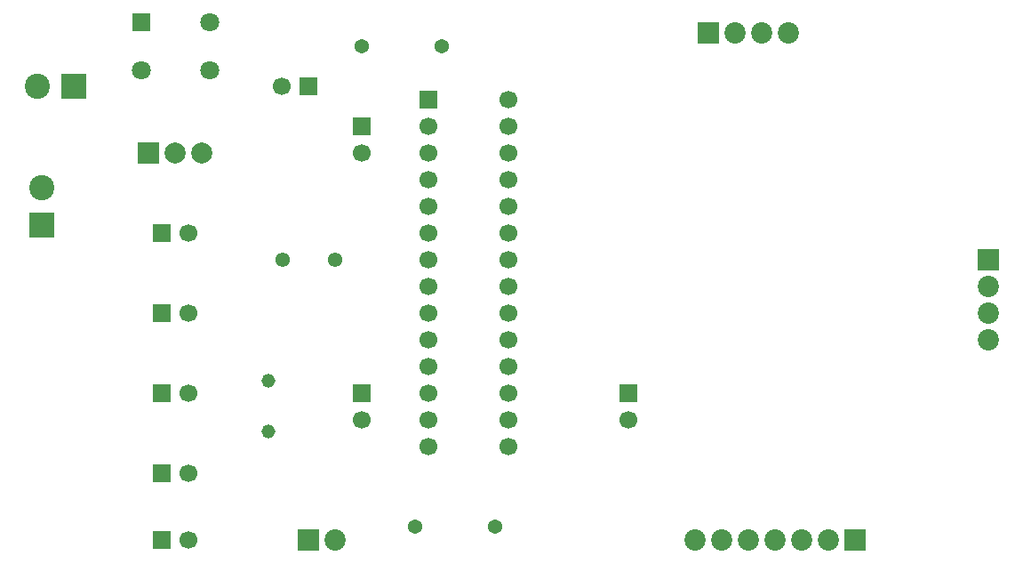
<source format=gbr>
G04 DipTrace 4.2.0.1*
G04 BottomMask.gbr*
%MOIN*%
G04 #@! TF.FileFunction,Soldermask,Bot*
G04 #@! TF.Part,Single*
%ADD26R,0.066929X0.066929*%
%ADD41C,0.051937*%
%ADD43C,0.07874*%
%ADD44C,0.070866*%
%ADD45R,0.07874X0.07874*%
%ADD46R,0.070866X0.070866*%
%ADD48C,0.053937*%
%ADD50C,0.053937*%
%ADD52C,0.054331*%
%ADD54C,0.079528*%
%ADD56R,0.079528X0.079528*%
%ADD59C,0.066929*%
%ADD61C,0.094488*%
%ADD63R,0.094488X0.094488*%
%FSLAX26Y26*%
G04*
G70*
G90*
G75*
G01*
G04 BotMask*
%LPD*%
D63*
X543701Y1874803D3*
D61*
Y2012598D3*
D63*
X662598Y2393701D3*
D61*
X524803D3*
D59*
X1093701Y1843701D3*
D26*
X993701D3*
D59*
X1443701Y2393701D3*
D26*
X1543701D3*
D59*
X1743701Y2143701D3*
D26*
Y2243701D3*
D59*
X1093701Y693703D3*
D26*
X993701Y693699D3*
D59*
X1093701Y943701D3*
D26*
X993701D3*
D59*
X1093701Y1243701D3*
D26*
X993701D3*
D59*
X1093701Y1543701D3*
D26*
X993701D3*
D59*
X1743702Y1143701D3*
D26*
X1743700Y1243701D3*
D59*
X2743701Y1143701D3*
D26*
Y1243701D3*
D56*
X1543701Y693701D3*
D54*
X1643701D3*
D52*
X1445276Y1743701D3*
X1642126D3*
D56*
X3043701Y2593701D3*
D54*
X3143701D3*
X3243701D3*
X3343701D3*
D56*
X3593700Y693701D3*
D54*
X3493700Y693698D3*
X3393700Y693694D3*
X3293700Y693690D3*
X3193700Y693687D3*
X3093700Y693683D3*
X2993700Y693679D3*
D50*
X2243701Y743701D3*
D48*
X1943701D3*
D50*
X1743701Y2543695D3*
D48*
X2043701Y2543706D3*
D56*
X4093701Y1743701D3*
D54*
Y1643701D3*
Y1543701D3*
Y1443701D3*
D46*
X915748Y2632283D3*
D44*
Y2455118D3*
X1171654D3*
Y2632283D3*
D45*
X943701Y2143701D3*
D43*
X1043701D3*
X1143701D3*
D26*
X1993701Y2343701D3*
D59*
Y2243701D3*
Y2143701D3*
Y2043701D3*
Y1943701D3*
Y1843701D3*
Y1743701D3*
Y1643701D3*
Y1543701D3*
Y1443701D3*
Y1343701D3*
Y1243701D3*
Y1143701D3*
Y1043701D3*
X2293701D3*
Y1143701D3*
Y1243701D3*
Y1343701D3*
Y1443701D3*
Y1543701D3*
Y1643701D3*
Y1743701D3*
Y1843701D3*
Y1943701D3*
Y2043701D3*
Y2143701D3*
Y2243701D3*
Y2343701D3*
D41*
X1393701Y1098701D3*
Y1288701D3*
M02*

</source>
